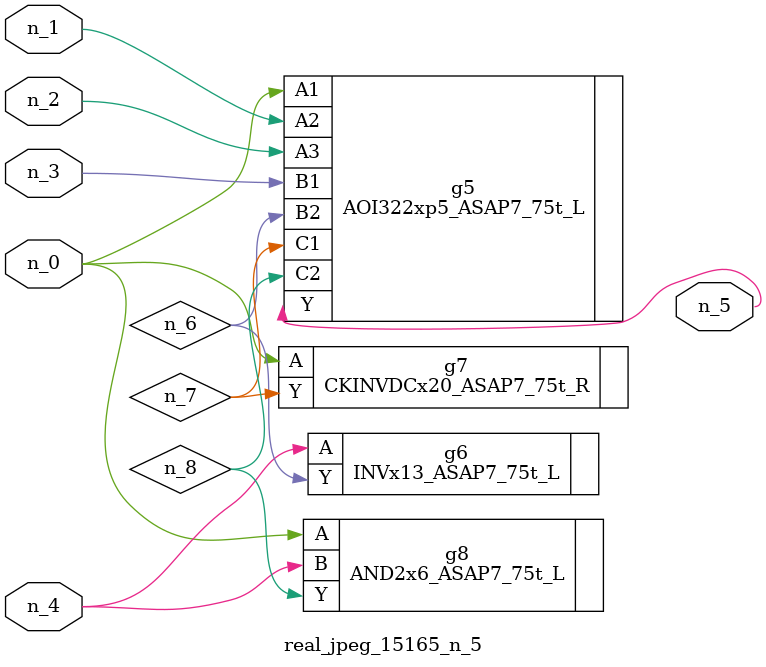
<source format=v>
module real_jpeg_15165_n_5 (n_4, n_0, n_1, n_2, n_3, n_5);

input n_4;
input n_0;
input n_1;
input n_2;
input n_3;

output n_5;

wire n_8;
wire n_6;
wire n_7;

AOI322xp5_ASAP7_75t_L g5 ( 
.A1(n_0),
.A2(n_1),
.A3(n_2),
.B1(n_3),
.B2(n_6),
.C1(n_7),
.C2(n_8),
.Y(n_5)
);

CKINVDCx20_ASAP7_75t_R g7 ( 
.A(n_0),
.Y(n_7)
);

AND2x6_ASAP7_75t_L g8 ( 
.A(n_0),
.B(n_4),
.Y(n_8)
);

INVx13_ASAP7_75t_L g6 ( 
.A(n_4),
.Y(n_6)
);


endmodule
</source>
